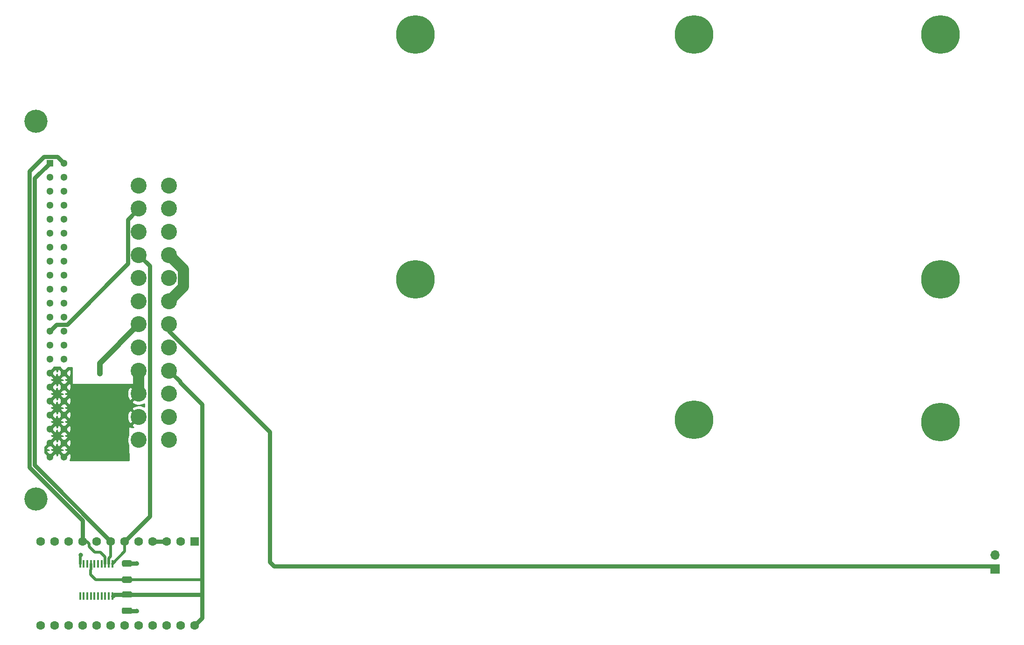
<source format=gbr>
%TF.GenerationSoftware,KiCad,Pcbnew,(5.1.10)-1*%
%TF.CreationDate,2023-06-15T12:59:47-05:00*%
%TF.ProjectId,FM Towns Pico Adapter,464d2054-6f77-46e7-9320-5069636f2041,rev?*%
%TF.SameCoordinates,Original*%
%TF.FileFunction,Copper,L1,Top*%
%TF.FilePolarity,Positive*%
%FSLAX46Y46*%
G04 Gerber Fmt 4.6, Leading zero omitted, Abs format (unit mm)*
G04 Created by KiCad (PCBNEW (5.1.10)-1) date 2023-06-15 12:59:47*
%MOMM*%
%LPD*%
G01*
G04 APERTURE LIST*
%TA.AperFunction,SMDPad,CuDef*%
%ADD10R,0.450000X1.450000*%
%TD*%
%TA.AperFunction,ComponentPad*%
%ADD11C,7.000000*%
%TD*%
%TA.AperFunction,ComponentPad*%
%ADD12C,0.800000*%
%TD*%
%TA.AperFunction,ComponentPad*%
%ADD13C,1.600000*%
%TD*%
%TA.AperFunction,ComponentPad*%
%ADD14R,1.600000X1.600000*%
%TD*%
%TA.AperFunction,ComponentPad*%
%ADD15O,1.700000X1.700000*%
%TD*%
%TA.AperFunction,ComponentPad*%
%ADD16R,1.700000X1.700000*%
%TD*%
%TA.AperFunction,ComponentPad*%
%ADD17C,2.900000*%
%TD*%
%TA.AperFunction,ComponentPad*%
%ADD18C,4.200000*%
%TD*%
%TA.AperFunction,ComponentPad*%
%ADD19C,1.300000*%
%TD*%
%TA.AperFunction,ComponentPad*%
%ADD20R,1.300000X1.300000*%
%TD*%
%TA.AperFunction,ViaPad*%
%ADD21C,0.800000*%
%TD*%
%TA.AperFunction,Conductor*%
%ADD22C,0.750000*%
%TD*%
%TA.AperFunction,Conductor*%
%ADD23C,1.000000*%
%TD*%
%TA.AperFunction,Conductor*%
%ADD24C,0.500000*%
%TD*%
%TA.AperFunction,Conductor*%
%ADD25C,2.000000*%
%TD*%
%TA.AperFunction,Conductor*%
%ADD26C,0.254000*%
%TD*%
%TA.AperFunction,Conductor*%
%ADD27C,0.100000*%
%TD*%
G04 APERTURE END LIST*
%TO.P,C2,2*%
%TO.N,/5V_STBY*%
%TA.AperFunction,SMDPad,CuDef*%
G36*
G01*
X60055999Y-146950000D02*
X61356001Y-146950000D01*
G75*
G02*
X61606000Y-147199999I0J-249999D01*
G01*
X61606000Y-147850001D01*
G75*
G02*
X61356001Y-148100000I-249999J0D01*
G01*
X60055999Y-148100000D01*
G75*
G02*
X59806000Y-147850001I0J249999D01*
G01*
X59806000Y-147199999D01*
G75*
G02*
X60055999Y-146950000I249999J0D01*
G01*
G37*
%TD.AperFunction*%
%TO.P,C2,1*%
%TO.N,GND*%
%TA.AperFunction,SMDPad,CuDef*%
G36*
G01*
X60055999Y-144000000D02*
X61356001Y-144000000D01*
G75*
G02*
X61606000Y-144249999I0J-249999D01*
G01*
X61606000Y-144900001D01*
G75*
G02*
X61356001Y-145150000I-249999J0D01*
G01*
X60055999Y-145150000D01*
G75*
G02*
X59806000Y-144900001I0J249999D01*
G01*
X59806000Y-144249999D01*
G75*
G02*
X60055999Y-144000000I249999J0D01*
G01*
G37*
%TD.AperFunction*%
%TD*%
%TO.P,C1,2*%
%TO.N,/5V_STBY*%
%TA.AperFunction,SMDPad,CuDef*%
G36*
G01*
X61356001Y-150787000D02*
X60055999Y-150787000D01*
G75*
G02*
X59806000Y-150537001I0J249999D01*
G01*
X59806000Y-149886999D01*
G75*
G02*
X60055999Y-149637000I249999J0D01*
G01*
X61356001Y-149637000D01*
G75*
G02*
X61606000Y-149886999I0J-249999D01*
G01*
X61606000Y-150537001D01*
G75*
G02*
X61356001Y-150787000I-249999J0D01*
G01*
G37*
%TD.AperFunction*%
%TO.P,C1,1*%
%TO.N,GND*%
%TA.AperFunction,SMDPad,CuDef*%
G36*
G01*
X61356001Y-153737000D02*
X60055999Y-153737000D01*
G75*
G02*
X59806000Y-153487001I0J249999D01*
G01*
X59806000Y-152836999D01*
G75*
G02*
X60055999Y-152587000I249999J0D01*
G01*
X61356001Y-152587000D01*
G75*
G02*
X61606000Y-152836999I0J-249999D01*
G01*
X61606000Y-153487001D01*
G75*
G02*
X61356001Y-153737000I-249999J0D01*
G01*
G37*
%TD.AperFunction*%
%TD*%
D10*
%TO.P,GP1,20*%
%TO.N,/5V_STBY*%
X58043000Y-150499000D03*
%TO.P,GP1,19*%
%TO.N,Net-(GP1-Pad19)*%
X57393000Y-150499000D03*
%TO.P,GP1,18*%
%TO.N,Net-(GP1-Pad18)*%
X56743000Y-150499000D03*
%TO.P,GP1,17*%
%TO.N,Net-(GP1-Pad17)*%
X56093000Y-150499000D03*
%TO.P,GP1,16*%
%TO.N,Net-(GP1-Pad16)*%
X55443000Y-150499000D03*
%TO.P,GP1,15*%
%TO.N,Net-(GP1-Pad15)*%
X54793000Y-150499000D03*
%TO.P,GP1,14*%
%TO.N,Net-(GP1-Pad14)*%
X54143000Y-150499000D03*
%TO.P,GP1,13*%
%TO.N,Net-(GP1-Pad13)*%
X53493000Y-150499000D03*
%TO.P,GP1,12*%
%TO.N,Net-(GP1-Pad12)*%
X52843000Y-150499000D03*
%TO.P,GP1,11*%
%TO.N,Net-(GP1-Pad11)*%
X52193000Y-150499000D03*
%TO.P,GP1,10*%
%TO.N,GND*%
X52193000Y-144649000D03*
%TO.P,GP1,9*%
%TO.N,Net-(GP1-Pad9)*%
X52843000Y-144649000D03*
%TO.P,GP1,8*%
%TO.N,Net-(GP1-Pad8)*%
X53493000Y-144649000D03*
%TO.P,GP1,7*%
%TO.N,/5V_STBY*%
X54143000Y-144649000D03*
%TO.P,GP1,6*%
%TO.N,Net-(GP1-Pad6)*%
X54793000Y-144649000D03*
%TO.P,GP1,5*%
%TO.N,Net-(GP1-Pad5)*%
X55443000Y-144649000D03*
%TO.P,GP1,4*%
%TO.N,Net-(GP1-Pad4)*%
X56093000Y-144649000D03*
%TO.P,GP1,3*%
%TO.N,/FM_PS_ON_N*%
X56743000Y-144649000D03*
%TO.P,GP1,2*%
%TO.N,/FM_PS_OFF_N*%
X57393000Y-144649000D03*
%TO.P,GP1,1*%
%TO.N,/PS_ON*%
X58043000Y-144649000D03*
%TD*%
D11*
%TO.P,PAD1,1*%
%TO.N,N/C*%
X112985600Y-48575100D03*
D12*
X112985600Y-45950100D03*
X114841755Y-46718945D03*
X115610600Y-48575100D03*
X114841755Y-50431255D03*
X112985600Y-51200100D03*
X111129445Y-50431255D03*
X110360600Y-48575100D03*
X111129445Y-46718945D03*
%TD*%
D11*
%TO.P,PAD1,1*%
%TO.N,N/C*%
X208235600Y-93025100D03*
D12*
X208235600Y-90400100D03*
X210091755Y-91168945D03*
X210860600Y-93025100D03*
X210091755Y-94881255D03*
X208235600Y-95650100D03*
X206379445Y-94881255D03*
X205610600Y-93025100D03*
X206379445Y-91168945D03*
%TD*%
%TO.P,PAD1,1*%
%TO.N,N/C*%
X111129445Y-91168945D03*
X110360600Y-93025100D03*
X111129445Y-94881255D03*
X112985600Y-95650100D03*
X114841755Y-94881255D03*
X115610600Y-93025100D03*
X114841755Y-91168945D03*
X112985600Y-90400100D03*
D11*
X112985600Y-93025100D03*
%TD*%
%TO.P,PAD2,1*%
%TO.N,N/C*%
X163595100Y-118488600D03*
D12*
X163595100Y-115863600D03*
X165451255Y-116632445D03*
X166220100Y-118488600D03*
X165451255Y-120344755D03*
X163595100Y-121113600D03*
X161738945Y-120344755D03*
X160970100Y-118488600D03*
X161738945Y-116632445D03*
%TD*%
D11*
%TO.P,PAD1,1*%
%TO.N,N/C*%
X208235600Y-118933100D03*
D12*
X208235600Y-116308100D03*
X210091755Y-117076945D03*
X210860600Y-118933100D03*
X210091755Y-120789255D03*
X208235600Y-121558100D03*
X206379445Y-120789255D03*
X205610600Y-118933100D03*
X206379445Y-117076945D03*
%TD*%
D11*
%TO.P,PAD3,1*%
%TO.N,N/C*%
X163595100Y-48575100D03*
D12*
X163595100Y-45950100D03*
X165451255Y-46718945D03*
X166220100Y-48575100D03*
X165451255Y-50431255D03*
X163595100Y-51200100D03*
X161738945Y-50431255D03*
X160970100Y-48575100D03*
X161738945Y-46718945D03*
%TD*%
D11*
%TO.P,PAD4,1*%
%TO.N,N/C*%
X208235600Y-48575100D03*
D12*
X208235600Y-45950100D03*
X210091755Y-46718945D03*
X210860600Y-48575100D03*
X210091755Y-50431255D03*
X208235600Y-51200100D03*
X206379445Y-50431255D03*
X205610600Y-48575100D03*
X206379445Y-46718945D03*
%TD*%
D13*
%TO.P,U1,24*%
%TO.N,/5V_STBY*%
X72993160Y-155795960D03*
%TO.P,U1,23*%
%TO.N,GND*%
X70453160Y-155795960D03*
%TO.P,U1,22*%
%TO.N,Net-(U1-Pad22)*%
X67913160Y-155795960D03*
%TO.P,U1,21*%
%TO.N,Net-(U1-Pad21)*%
X65373160Y-155795960D03*
%TO.P,U1,20*%
%TO.N,Net-(U1-Pad20)*%
X62833160Y-155795960D03*
%TO.P,U1,19*%
%TO.N,Net-(U1-Pad19)*%
X60293160Y-155795960D03*
%TO.P,U1,18*%
%TO.N,Net-(U1-Pad18)*%
X57753160Y-155795960D03*
%TO.P,U1,17*%
%TO.N,Net-(U1-Pad17)*%
X55213160Y-155795960D03*
%TO.P,U1,16*%
%TO.N,Net-(U1-Pad16)*%
X52673160Y-155795960D03*
%TO.P,U1,15*%
%TO.N,Net-(U1-Pad15)*%
X50133160Y-155795960D03*
%TO.P,U1,14*%
%TO.N,Net-(U1-Pad14)*%
X47593160Y-155795960D03*
%TO.P,U1,13*%
%TO.N,Net-(U1-Pad13)*%
X45053160Y-155795960D03*
%TO.P,U1,12*%
%TO.N,Net-(U1-Pad12)*%
X45053160Y-140555960D03*
%TO.P,U1,11*%
%TO.N,Net-(U1-Pad11)*%
X47593160Y-140555960D03*
%TO.P,U1,10*%
%TO.N,Net-(U1-Pad10)*%
X50133160Y-140555960D03*
%TO.P,U1,9*%
%TO.N,/FM_PS_ON_N*%
X52673160Y-140555960D03*
%TO.P,U1,8*%
%TO.N,Net-(U1-Pad8)*%
X55213160Y-140555960D03*
%TO.P,U1,7*%
%TO.N,/FM_PS_OFF_N*%
X57753160Y-140555960D03*
%TO.P,U1,6*%
%TO.N,/PS_ON*%
X60293160Y-140555960D03*
%TO.P,U1,5*%
%TO.N,Net-(U1-Pad5)*%
X62833160Y-140555960D03*
%TO.P,U1,4*%
%TO.N,GND*%
X65373160Y-140555960D03*
%TO.P,U1,3*%
X67913160Y-140555960D03*
%TO.P,U1,2*%
%TO.N,Net-(U1-Pad2)*%
X70453160Y-140555960D03*
D14*
%TO.P,U1,1*%
%TO.N,Net-(U1-Pad1)*%
X72993160Y-140555960D03*
%TD*%
D15*
%TO.P,FAN1,2*%
%TO.N,+12V*%
X218186000Y-143002000D03*
D16*
%TO.P,FAN1,1*%
%TO.N,GND*%
X218186000Y-145542000D03*
%TD*%
D17*
%TO.P,J1,24*%
%TO.N,GND*%
X62857140Y-122170600D03*
%TO.P,J1,23*%
%TO.N,+5V*%
X62857140Y-117970600D03*
%TO.P,J1,22*%
X62857140Y-113770600D03*
%TO.P,J1,21*%
X62857140Y-109570600D03*
%TO.P,J1,20*%
%TO.N,Net-(J1-Pad20)*%
X62857140Y-105370600D03*
%TO.P,J1,19*%
%TO.N,GND*%
X62857140Y-101170600D03*
%TO.P,J1,18*%
X62857140Y-96970600D03*
%TO.P,J1,17*%
X62857140Y-92770600D03*
%TO.P,J1,16*%
%TO.N,/PS_ON*%
X62857140Y-88570600D03*
%TO.P,J1,15*%
%TO.N,GND*%
X62857140Y-84370600D03*
%TO.P,J1,14*%
%TO.N,-12V*%
X62857140Y-80170600D03*
%TO.P,J1,13*%
%TO.N,Net-(J1-Pad13)*%
X62857140Y-75970600D03*
%TO.P,J1,12*%
%TO.N,Net-(J1-Pad12)*%
X68357140Y-122170600D03*
%TO.P,J1,11*%
%TO.N,+12V*%
X68357140Y-117970600D03*
%TO.P,J1,10*%
X68357140Y-113770600D03*
%TO.P,J1,9*%
%TO.N,/5V_STBY*%
X68357140Y-109570600D03*
%TO.P,J1,8*%
%TO.N,Net-(J1-Pad8)*%
X68357140Y-105370600D03*
%TO.P,J1,7*%
%TO.N,GND*%
X68357140Y-101170600D03*
%TO.P,J1,6*%
%TO.N,+5V*%
X68357140Y-96970600D03*
%TO.P,J1,5*%
%TO.N,GND*%
X68357140Y-92770600D03*
%TO.P,J1,4*%
%TO.N,+5V*%
X68357140Y-88570600D03*
%TO.P,J1,3*%
%TO.N,GND*%
X68357140Y-84370600D03*
%TO.P,J1,2*%
%TO.N,Net-(J1-Pad2)*%
X68357140Y-80170600D03*
%TO.P,J1,1*%
%TO.N,Net-(J1-Pad1)*%
X68357140Y-75970600D03*
%TD*%
D18*
%TO.P,J2,MH2*%
%TO.N,Net-(J2-PadMH2)*%
X44196000Y-132842000D03*
%TO.P,J2,MH1*%
%TO.N,Net-(J2-PadMH1)*%
X44196000Y-64262000D03*
D19*
%TO.P,J2,B22*%
%TO.N,+5V*%
X49276000Y-125222000D03*
%TO.P,J2,B21*%
X49276000Y-122682000D03*
%TO.P,J2,B20*%
X49276000Y-120142000D03*
%TO.P,J2,B19*%
X49276000Y-117602000D03*
%TO.P,J2,B18*%
X49276000Y-115062000D03*
%TO.P,J2,B17*%
X49276000Y-112522000D03*
%TO.P,J2,B16*%
X49276000Y-109982000D03*
%TO.P,J2,B15*%
%TO.N,+12V*%
X49276000Y-107442000D03*
%TO.P,J2,B14*%
X49276000Y-104902000D03*
%TO.P,J2,B13*%
X49276000Y-102362000D03*
%TO.P,J2,B12*%
%TO.N,GND*%
X49276000Y-99822000D03*
%TO.P,J2,B11*%
X49276000Y-97282000D03*
%TO.P,J2,B10*%
X49276000Y-94742000D03*
%TO.P,J2,B9*%
X49276000Y-92202000D03*
%TO.P,J2,B8*%
X49276000Y-89662000D03*
%TO.P,J2,B7*%
X49276000Y-87122000D03*
%TO.P,J2,B6*%
X49276000Y-84582000D03*
%TO.P,J2,B5*%
X49276000Y-82042000D03*
%TO.P,J2,B4*%
X49276000Y-79502000D03*
%TO.P,J2,B3*%
X49276000Y-76962000D03*
%TO.P,J2,B2*%
X49276000Y-74422000D03*
%TO.P,J2,B1*%
%TO.N,/FM_PS_ON_N*%
X49276000Y-71882000D03*
%TO.P,J2,A22*%
%TO.N,+5V*%
X46736000Y-125222000D03*
%TO.P,J2,A21*%
X46736000Y-122682000D03*
%TO.P,J2,A20*%
X46736000Y-120142000D03*
%TO.P,J2,A19*%
X46736000Y-117602000D03*
%TO.P,J2,A18*%
X46736000Y-115062000D03*
%TO.P,J2,A17*%
X46736000Y-112522000D03*
%TO.P,J2,A16*%
X46736000Y-109982000D03*
%TO.P,J2,A15*%
%TO.N,+12V*%
X46736000Y-107442000D03*
%TO.P,J2,A14*%
X46736000Y-104902000D03*
%TO.P,J2,A13*%
%TO.N,-12V*%
X46736000Y-102362000D03*
%TO.P,J2,A12*%
%TO.N,GND*%
X46736000Y-99822000D03*
%TO.P,J2,A11*%
X46736000Y-97282000D03*
%TO.P,J2,A10*%
X46736000Y-94742000D03*
%TO.P,J2,A9*%
X46736000Y-92202000D03*
%TO.P,J2,A8*%
X46736000Y-89662000D03*
%TO.P,J2,A7*%
X46736000Y-87122000D03*
%TO.P,J2,A6*%
X46736000Y-84582000D03*
%TO.P,J2,A5*%
X46736000Y-82042000D03*
%TO.P,J2,A4*%
X46736000Y-79502000D03*
%TO.P,J2,A3*%
X46736000Y-76962000D03*
%TO.P,J2,A2*%
X46736000Y-74422000D03*
D20*
%TO.P,J2,A1*%
%TO.N,/FM_PS_OFF_N*%
X46736000Y-71882000D03*
%TD*%
D21*
%TO.N,GND*%
X55758080Y-110088680D03*
X62484000Y-144526000D03*
X62484000Y-153162000D03*
X52324000Y-143002000D03*
%TD*%
D22*
%TO.N,GND*%
X67913160Y-140555960D02*
X65373160Y-140555960D01*
D23*
X55758080Y-108269660D02*
X62857140Y-101170600D01*
X55758080Y-110088680D02*
X55758080Y-108269660D01*
D22*
X68357140Y-102444046D02*
X86614000Y-120700906D01*
X68357140Y-101170600D02*
X68357140Y-102444046D01*
X86614000Y-120700906D02*
X86614000Y-144272000D01*
X86614000Y-144272000D02*
X87406000Y-145064000D01*
X60706000Y-153162000D02*
X62484000Y-153162000D01*
X62435000Y-144575000D02*
X62484000Y-144526000D01*
X60706000Y-144575000D02*
X62435000Y-144575000D01*
D24*
X52193000Y-143133000D02*
X52324000Y-143002000D01*
X52193000Y-144649000D02*
X52193000Y-143133000D01*
D22*
X217708000Y-145064000D02*
X218186000Y-145542000D01*
X87406000Y-145064000D02*
X217708000Y-145064000D01*
D25*
%TO.N,+5V*%
X70959541Y-94368199D02*
X68357140Y-96970600D01*
X70959541Y-91173001D02*
X70959541Y-94368199D01*
X68357140Y-88570600D02*
X70959541Y-91173001D01*
X62857140Y-109570600D02*
X62857140Y-113770600D01*
D22*
%TO.N,-12V*%
X47913401Y-101184599D02*
X46736000Y-102362000D01*
X49841153Y-101184599D02*
X47913401Y-101184599D01*
X60879739Y-90146013D02*
X49841153Y-101184599D01*
X60879739Y-82148001D02*
X60879739Y-90146013D01*
X62857140Y-80170600D02*
X60879739Y-82148001D01*
%TO.N,/5V_STBY*%
X70334541Y-111548001D02*
X70334541Y-111675581D01*
X68357140Y-109570600D02*
X70334541Y-111548001D01*
X74320561Y-154468559D02*
X72993160Y-155795960D01*
X70334541Y-111675581D02*
X74320561Y-115661601D01*
X74320561Y-115661601D02*
X74320561Y-146964561D01*
D24*
X60731000Y-150237000D02*
X60706000Y-150212000D01*
X73292120Y-155497000D02*
X72993160Y-155795960D01*
D22*
X74070000Y-150212000D02*
X74320561Y-149961439D01*
X60706000Y-150212000D02*
X74070000Y-150212000D01*
X74320561Y-149961439D02*
X74320561Y-154468559D01*
X58432401Y-150212000D02*
X58145401Y-150499000D01*
X60706000Y-150212000D02*
X58432401Y-150212000D01*
D24*
X60706000Y-147525000D02*
X55069000Y-147525000D01*
X54143000Y-145673322D02*
X54143000Y-144649000D01*
X54102000Y-145714322D02*
X54143000Y-145673322D01*
X54102000Y-146558000D02*
X54102000Y-145714322D01*
X55069000Y-147525000D02*
X54102000Y-146558000D01*
X74119000Y-147525000D02*
X74320561Y-147726561D01*
D22*
X74320561Y-147726561D02*
X74320561Y-149961439D01*
D24*
X60706000Y-147525000D02*
X74119000Y-147525000D01*
D22*
X74320561Y-146964561D02*
X74320561Y-147726561D01*
%TO.N,/FM_PS_ON_N*%
X48098599Y-70704599D02*
X49276000Y-71882000D01*
X45664079Y-70704599D02*
X48098599Y-70704599D01*
X43025550Y-73343128D02*
X45664079Y-70704599D01*
X43025550Y-127104550D02*
X43025550Y-73343128D01*
X52673160Y-136752160D02*
X43025550Y-127104550D01*
X52673160Y-140555960D02*
X52673160Y-136752160D01*
D24*
X53433606Y-140555960D02*
X53848000Y-140970354D01*
X52673160Y-140555960D02*
X53433606Y-140555960D01*
X53848000Y-140970354D02*
X53848000Y-141478000D01*
X53848000Y-141478000D02*
X54864000Y-142494000D01*
X56738181Y-143356850D02*
X56738181Y-144649000D01*
X56740515Y-143354516D02*
X56738181Y-143356850D01*
X55880000Y-142494000D02*
X56740515Y-143354516D01*
X54864000Y-142494000D02*
X55880000Y-142494000D01*
D22*
%TO.N,/FM_PS_OFF_N*%
X57753160Y-140555960D02*
X43927960Y-126730760D01*
X43927960Y-124440880D02*
X43967400Y-124401440D01*
X43927960Y-126730760D02*
X43927960Y-124440880D01*
X43967400Y-74650600D02*
X46736000Y-71882000D01*
X43967400Y-124401440D02*
X43967400Y-74650600D01*
D24*
X57390591Y-143627087D02*
X57390591Y-144649000D01*
X57753160Y-143264518D02*
X57390591Y-143627087D01*
X57753160Y-140555960D02*
X57753160Y-143264518D01*
D22*
%TO.N,/PS_ON*%
X64834541Y-90548001D02*
X62857140Y-88570600D01*
X64834541Y-136014579D02*
X64834541Y-90548001D01*
X60293160Y-140555960D02*
X64834541Y-136014579D01*
D24*
X60293160Y-142398840D02*
X58043000Y-144649000D01*
X60293160Y-140555960D02*
X60293160Y-142398840D01*
%TD*%
D26*
%TO.N,+5V*%
X48601274Y-108962851D02*
X48570078Y-109096473D01*
X49276000Y-109802395D01*
X49981922Y-109096473D01*
X49953318Y-108973956D01*
X50714460Y-108980208D01*
X50733963Y-111969109D01*
X50736565Y-111993869D01*
X50743947Y-112017645D01*
X50755826Y-112039525D01*
X50771745Y-112058667D01*
X50791093Y-112074335D01*
X50813126Y-112085927D01*
X50836997Y-112092999D01*
X50861201Y-112095280D01*
X61696563Y-112074735D01*
X61580693Y-112314548D01*
X62857140Y-113590995D01*
X62871283Y-113576853D01*
X63050888Y-113756458D01*
X63036745Y-113770600D01*
X63050888Y-113784743D01*
X62871283Y-113964348D01*
X62857140Y-113950205D01*
X61580693Y-115226652D01*
X61730688Y-115537093D01*
X62096959Y-115722911D01*
X62492443Y-115833701D01*
X62901941Y-115865209D01*
X63309717Y-115816221D01*
X63700102Y-115688621D01*
X63824541Y-115622107D01*
X63824541Y-116123417D01*
X63617321Y-116018289D01*
X63221837Y-115907499D01*
X62812339Y-115875991D01*
X62404563Y-115924979D01*
X62014178Y-116052579D01*
X61730688Y-116204107D01*
X61580693Y-116514548D01*
X62857140Y-117790995D01*
X62871283Y-117776853D01*
X63050888Y-117956458D01*
X63036745Y-117970600D01*
X63050888Y-117984743D01*
X62871283Y-118164348D01*
X62857140Y-118150205D01*
X61580693Y-119426652D01*
X61730688Y-119737093D01*
X61872141Y-119808856D01*
X61078806Y-119796575D01*
X61053994Y-119798632D01*
X61030061Y-119805489D01*
X61007925Y-119816884D01*
X60988438Y-119832378D01*
X60972348Y-119851377D01*
X60960274Y-119873149D01*
X60952679Y-119896859D01*
X60949853Y-119925377D01*
X60969238Y-121280032D01*
X60852266Y-121562428D01*
X60772140Y-121965245D01*
X60772140Y-122375955D01*
X60852266Y-122778772D01*
X60995638Y-123124903D01*
X61034370Y-125831600D01*
X50409976Y-125831600D01*
X50496095Y-125644626D01*
X50555102Y-125398476D01*
X50564952Y-125145545D01*
X50525270Y-124895551D01*
X50437578Y-124658104D01*
X50390201Y-124569466D01*
X50161527Y-124516078D01*
X49455605Y-125222000D01*
X49469748Y-125236143D01*
X49290143Y-125415748D01*
X49276000Y-125401605D01*
X49261858Y-125415748D01*
X49082253Y-125236143D01*
X49096395Y-125222000D01*
X48390473Y-124516078D01*
X48161799Y-124569466D01*
X48055905Y-124799374D01*
X48004224Y-125014962D01*
X47985270Y-124895551D01*
X47897578Y-124658104D01*
X47850201Y-124569466D01*
X47621527Y-124516078D01*
X46915605Y-125222000D01*
X46929748Y-125236143D01*
X46750143Y-125415748D01*
X46736000Y-125401605D01*
X46721858Y-125415748D01*
X46542253Y-125236143D01*
X46556395Y-125222000D01*
X45850473Y-124516078D01*
X45805588Y-124526557D01*
X45822069Y-123567527D01*
X46030078Y-123567527D01*
X46083466Y-123796201D01*
X46313374Y-123902095D01*
X46528962Y-123953776D01*
X46409551Y-123972730D01*
X46172104Y-124060422D01*
X46083466Y-124107799D01*
X46030078Y-124336473D01*
X46736000Y-125042395D01*
X47441922Y-124336473D01*
X47388534Y-124107799D01*
X47158626Y-124001905D01*
X46943038Y-123950224D01*
X47062449Y-123931270D01*
X47299896Y-123843578D01*
X47388534Y-123796201D01*
X47441922Y-123567527D01*
X48570078Y-123567527D01*
X48623466Y-123796201D01*
X48853374Y-123902095D01*
X49068962Y-123953776D01*
X48949551Y-123972730D01*
X48712104Y-124060422D01*
X48623466Y-124107799D01*
X48570078Y-124336473D01*
X49276000Y-125042395D01*
X49981922Y-124336473D01*
X49928534Y-124107799D01*
X49698626Y-124001905D01*
X49483038Y-123950224D01*
X49602449Y-123931270D01*
X49839896Y-123843578D01*
X49928534Y-123796201D01*
X49981922Y-123567527D01*
X49276000Y-122861605D01*
X48570078Y-123567527D01*
X47441922Y-123567527D01*
X46736000Y-122861605D01*
X46030078Y-123567527D01*
X45822069Y-123567527D01*
X45825257Y-123382035D01*
X45850473Y-123387922D01*
X46556395Y-122682000D01*
X46915605Y-122682000D01*
X47621527Y-123387922D01*
X47850201Y-123334534D01*
X47956095Y-123104626D01*
X48007776Y-122889038D01*
X48026730Y-123008449D01*
X48114422Y-123245896D01*
X48161799Y-123334534D01*
X48390473Y-123387922D01*
X49096395Y-122682000D01*
X49455605Y-122682000D01*
X50161527Y-123387922D01*
X50390201Y-123334534D01*
X50496095Y-123104626D01*
X50555102Y-122858476D01*
X50564952Y-122605545D01*
X50525270Y-122355551D01*
X50437578Y-122118104D01*
X50390201Y-122029466D01*
X50161527Y-121976078D01*
X49455605Y-122682000D01*
X49096395Y-122682000D01*
X48390473Y-121976078D01*
X48161799Y-122029466D01*
X48055905Y-122259374D01*
X48004224Y-122474962D01*
X47985270Y-122355551D01*
X47897578Y-122118104D01*
X47850201Y-122029466D01*
X47621527Y-121976078D01*
X46915605Y-122682000D01*
X46556395Y-122682000D01*
X46542253Y-122667858D01*
X46721858Y-122488253D01*
X46736000Y-122502395D01*
X47441922Y-121796473D01*
X47388534Y-121567799D01*
X47158626Y-121461905D01*
X46943038Y-121410224D01*
X47062449Y-121391270D01*
X47299896Y-121303578D01*
X47388534Y-121256201D01*
X47441922Y-121027527D01*
X48570078Y-121027527D01*
X48623466Y-121256201D01*
X48853374Y-121362095D01*
X49068962Y-121413776D01*
X48949551Y-121432730D01*
X48712104Y-121520422D01*
X48623466Y-121567799D01*
X48570078Y-121796473D01*
X49276000Y-122502395D01*
X49981922Y-121796473D01*
X49928534Y-121567799D01*
X49698626Y-121461905D01*
X49483038Y-121410224D01*
X49602449Y-121391270D01*
X49839896Y-121303578D01*
X49928534Y-121256201D01*
X49981922Y-121027527D01*
X49276000Y-120321605D01*
X48570078Y-121027527D01*
X47441922Y-121027527D01*
X46736000Y-120321605D01*
X46721858Y-120335748D01*
X46542253Y-120156143D01*
X46556395Y-120142000D01*
X46915605Y-120142000D01*
X47621527Y-120847922D01*
X47850201Y-120794534D01*
X47956095Y-120564626D01*
X48007776Y-120349038D01*
X48026730Y-120468449D01*
X48114422Y-120705896D01*
X48161799Y-120794534D01*
X48390473Y-120847922D01*
X49096395Y-120142000D01*
X49455605Y-120142000D01*
X50161527Y-120847922D01*
X50390201Y-120794534D01*
X50496095Y-120564626D01*
X50555102Y-120318476D01*
X50564952Y-120065545D01*
X50525270Y-119815551D01*
X50437578Y-119578104D01*
X50390201Y-119489466D01*
X50161527Y-119436078D01*
X49455605Y-120142000D01*
X49096395Y-120142000D01*
X48390473Y-119436078D01*
X48161799Y-119489466D01*
X48055905Y-119719374D01*
X48004224Y-119934962D01*
X47985270Y-119815551D01*
X47897578Y-119578104D01*
X47850201Y-119489466D01*
X47621527Y-119436078D01*
X46915605Y-120142000D01*
X46556395Y-120142000D01*
X46542253Y-120127858D01*
X46721858Y-119948253D01*
X46736000Y-119962395D01*
X47441922Y-119256473D01*
X47388534Y-119027799D01*
X47158626Y-118921905D01*
X46943038Y-118870224D01*
X47062449Y-118851270D01*
X47299896Y-118763578D01*
X47388534Y-118716201D01*
X47441922Y-118487527D01*
X48570078Y-118487527D01*
X48623466Y-118716201D01*
X48853374Y-118822095D01*
X49068962Y-118873776D01*
X48949551Y-118892730D01*
X48712104Y-118980422D01*
X48623466Y-119027799D01*
X48570078Y-119256473D01*
X49276000Y-119962395D01*
X49981922Y-119256473D01*
X49928534Y-119027799D01*
X49698626Y-118921905D01*
X49483038Y-118870224D01*
X49602449Y-118851270D01*
X49839896Y-118763578D01*
X49928534Y-118716201D01*
X49981922Y-118487527D01*
X49276000Y-117781605D01*
X48570078Y-118487527D01*
X47441922Y-118487527D01*
X46736000Y-117781605D01*
X46721858Y-117795748D01*
X46542253Y-117616143D01*
X46556395Y-117602000D01*
X46915605Y-117602000D01*
X47621527Y-118307922D01*
X47850201Y-118254534D01*
X47956095Y-118024626D01*
X48007776Y-117809038D01*
X48026730Y-117928449D01*
X48114422Y-118165896D01*
X48161799Y-118254534D01*
X48390473Y-118307922D01*
X49096395Y-117602000D01*
X49455605Y-117602000D01*
X50161527Y-118307922D01*
X50390201Y-118254534D01*
X50496095Y-118024626D01*
X50498306Y-118015401D01*
X60762531Y-118015401D01*
X60811519Y-118423177D01*
X60939119Y-118813562D01*
X61090647Y-119097052D01*
X61401088Y-119247047D01*
X62677535Y-117970600D01*
X61401088Y-116694153D01*
X61090647Y-116844148D01*
X60904829Y-117210419D01*
X60794039Y-117605903D01*
X60762531Y-118015401D01*
X50498306Y-118015401D01*
X50555102Y-117778476D01*
X50564952Y-117525545D01*
X50525270Y-117275551D01*
X50437578Y-117038104D01*
X50390201Y-116949466D01*
X50161527Y-116896078D01*
X49455605Y-117602000D01*
X49096395Y-117602000D01*
X48390473Y-116896078D01*
X48161799Y-116949466D01*
X48055905Y-117179374D01*
X48004224Y-117394962D01*
X47985270Y-117275551D01*
X47897578Y-117038104D01*
X47850201Y-116949466D01*
X47621527Y-116896078D01*
X46915605Y-117602000D01*
X46556395Y-117602000D01*
X46542253Y-117587858D01*
X46721858Y-117408253D01*
X46736000Y-117422395D01*
X47441922Y-116716473D01*
X47388534Y-116487799D01*
X47158626Y-116381905D01*
X46943038Y-116330224D01*
X47062449Y-116311270D01*
X47299896Y-116223578D01*
X47388534Y-116176201D01*
X47441922Y-115947527D01*
X48570078Y-115947527D01*
X48623466Y-116176201D01*
X48853374Y-116282095D01*
X49068962Y-116333776D01*
X48949551Y-116352730D01*
X48712104Y-116440422D01*
X48623466Y-116487799D01*
X48570078Y-116716473D01*
X49276000Y-117422395D01*
X49981922Y-116716473D01*
X49928534Y-116487799D01*
X49698626Y-116381905D01*
X49483038Y-116330224D01*
X49602449Y-116311270D01*
X49839896Y-116223578D01*
X49928534Y-116176201D01*
X49981922Y-115947527D01*
X49276000Y-115241605D01*
X48570078Y-115947527D01*
X47441922Y-115947527D01*
X46736000Y-115241605D01*
X46721858Y-115255748D01*
X46542253Y-115076143D01*
X46556395Y-115062000D01*
X46915605Y-115062000D01*
X47621527Y-115767922D01*
X47850201Y-115714534D01*
X47956095Y-115484626D01*
X48007776Y-115269038D01*
X48026730Y-115388449D01*
X48114422Y-115625896D01*
X48161799Y-115714534D01*
X48390473Y-115767922D01*
X49096395Y-115062000D01*
X49455605Y-115062000D01*
X50161527Y-115767922D01*
X50390201Y-115714534D01*
X50496095Y-115484626D01*
X50555102Y-115238476D01*
X50564952Y-114985545D01*
X50525270Y-114735551D01*
X50437578Y-114498104D01*
X50390201Y-114409466D01*
X50161527Y-114356078D01*
X49455605Y-115062000D01*
X49096395Y-115062000D01*
X48390473Y-114356078D01*
X48161799Y-114409466D01*
X48055905Y-114639374D01*
X48004224Y-114854962D01*
X47985270Y-114735551D01*
X47897578Y-114498104D01*
X47850201Y-114409466D01*
X47621527Y-114356078D01*
X46915605Y-115062000D01*
X46556395Y-115062000D01*
X46542253Y-115047858D01*
X46721858Y-114868253D01*
X46736000Y-114882395D01*
X47441922Y-114176473D01*
X47388534Y-113947799D01*
X47158626Y-113841905D01*
X46943038Y-113790224D01*
X47062449Y-113771270D01*
X47299896Y-113683578D01*
X47388534Y-113636201D01*
X47441922Y-113407527D01*
X48570078Y-113407527D01*
X48623466Y-113636201D01*
X48853374Y-113742095D01*
X49068962Y-113793776D01*
X48949551Y-113812730D01*
X48712104Y-113900422D01*
X48623466Y-113947799D01*
X48570078Y-114176473D01*
X49276000Y-114882395D01*
X49981922Y-114176473D01*
X49928534Y-113947799D01*
X49698626Y-113841905D01*
X49588065Y-113815401D01*
X60762531Y-113815401D01*
X60811519Y-114223177D01*
X60939119Y-114613562D01*
X61090647Y-114897052D01*
X61401088Y-115047047D01*
X62677535Y-113770600D01*
X61401088Y-112494153D01*
X61090647Y-112644148D01*
X60904829Y-113010419D01*
X60794039Y-113405903D01*
X60762531Y-113815401D01*
X49588065Y-113815401D01*
X49483038Y-113790224D01*
X49602449Y-113771270D01*
X49839896Y-113683578D01*
X49928534Y-113636201D01*
X49981922Y-113407527D01*
X49276000Y-112701605D01*
X48570078Y-113407527D01*
X47441922Y-113407527D01*
X46736000Y-112701605D01*
X46721858Y-112715748D01*
X46542253Y-112536143D01*
X46556395Y-112522000D01*
X46915605Y-112522000D01*
X47621527Y-113227922D01*
X47850201Y-113174534D01*
X47956095Y-112944626D01*
X48007776Y-112729038D01*
X48026730Y-112848449D01*
X48114422Y-113085896D01*
X48161799Y-113174534D01*
X48390473Y-113227922D01*
X49096395Y-112522000D01*
X49455605Y-112522000D01*
X50161527Y-113227922D01*
X50390201Y-113174534D01*
X50496095Y-112944626D01*
X50555102Y-112698476D01*
X50564952Y-112445545D01*
X50525270Y-112195551D01*
X50437578Y-111958104D01*
X50390201Y-111869466D01*
X50161527Y-111816078D01*
X49455605Y-112522000D01*
X49096395Y-112522000D01*
X48390473Y-111816078D01*
X48161799Y-111869466D01*
X48055905Y-112099374D01*
X48004224Y-112314962D01*
X47985270Y-112195551D01*
X47897578Y-111958104D01*
X47850201Y-111869466D01*
X47621527Y-111816078D01*
X46915605Y-112522000D01*
X46556395Y-112522000D01*
X46542253Y-112507858D01*
X46721858Y-112328253D01*
X46736000Y-112342395D01*
X47441922Y-111636473D01*
X47388534Y-111407799D01*
X47158626Y-111301905D01*
X46943038Y-111250224D01*
X47062449Y-111231270D01*
X47299896Y-111143578D01*
X47388534Y-111096201D01*
X47441922Y-110867527D01*
X48570078Y-110867527D01*
X48623466Y-111096201D01*
X48853374Y-111202095D01*
X49068962Y-111253776D01*
X48949551Y-111272730D01*
X48712104Y-111360422D01*
X48623466Y-111407799D01*
X48570078Y-111636473D01*
X49276000Y-112342395D01*
X49981922Y-111636473D01*
X49928534Y-111407799D01*
X49698626Y-111301905D01*
X49483038Y-111250224D01*
X49602449Y-111231270D01*
X49839896Y-111143578D01*
X49928534Y-111096201D01*
X49981922Y-110867527D01*
X49276000Y-110161605D01*
X48570078Y-110867527D01*
X47441922Y-110867527D01*
X46736000Y-110161605D01*
X46721858Y-110175748D01*
X46542253Y-109996143D01*
X46556395Y-109982000D01*
X46915605Y-109982000D01*
X47621527Y-110687922D01*
X47850201Y-110634534D01*
X47956095Y-110404626D01*
X48007776Y-110189038D01*
X48026730Y-110308449D01*
X48114422Y-110545896D01*
X48161799Y-110634534D01*
X48390473Y-110687922D01*
X49096395Y-109982000D01*
X49455605Y-109982000D01*
X50161527Y-110687922D01*
X50390201Y-110634534D01*
X50496095Y-110404626D01*
X50555102Y-110158476D01*
X50564952Y-109905545D01*
X50525270Y-109655551D01*
X50437578Y-109418104D01*
X50390201Y-109329466D01*
X50161527Y-109276078D01*
X49455605Y-109982000D01*
X49096395Y-109982000D01*
X48390473Y-109276078D01*
X48161799Y-109329466D01*
X48055905Y-109559374D01*
X48004224Y-109774962D01*
X47985270Y-109655551D01*
X47897578Y-109418104D01*
X47850201Y-109329466D01*
X47621527Y-109276078D01*
X46915605Y-109982000D01*
X46556395Y-109982000D01*
X46542253Y-109967858D01*
X46721858Y-109788253D01*
X46736000Y-109802395D01*
X47441922Y-109096473D01*
X47408438Y-108953054D01*
X48601274Y-108962851D01*
%TA.AperFunction,Conductor*%
D27*
G36*
X48601274Y-108962851D02*
G01*
X48570078Y-109096473D01*
X49276000Y-109802395D01*
X49981922Y-109096473D01*
X49953318Y-108973956D01*
X50714460Y-108980208D01*
X50733963Y-111969109D01*
X50736565Y-111993869D01*
X50743947Y-112017645D01*
X50755826Y-112039525D01*
X50771745Y-112058667D01*
X50791093Y-112074335D01*
X50813126Y-112085927D01*
X50836997Y-112092999D01*
X50861201Y-112095280D01*
X61696563Y-112074735D01*
X61580693Y-112314548D01*
X62857140Y-113590995D01*
X62871283Y-113576853D01*
X63050888Y-113756458D01*
X63036745Y-113770600D01*
X63050888Y-113784743D01*
X62871283Y-113964348D01*
X62857140Y-113950205D01*
X61580693Y-115226652D01*
X61730688Y-115537093D01*
X62096959Y-115722911D01*
X62492443Y-115833701D01*
X62901941Y-115865209D01*
X63309717Y-115816221D01*
X63700102Y-115688621D01*
X63824541Y-115622107D01*
X63824541Y-116123417D01*
X63617321Y-116018289D01*
X63221837Y-115907499D01*
X62812339Y-115875991D01*
X62404563Y-115924979D01*
X62014178Y-116052579D01*
X61730688Y-116204107D01*
X61580693Y-116514548D01*
X62857140Y-117790995D01*
X62871283Y-117776853D01*
X63050888Y-117956458D01*
X63036745Y-117970600D01*
X63050888Y-117984743D01*
X62871283Y-118164348D01*
X62857140Y-118150205D01*
X61580693Y-119426652D01*
X61730688Y-119737093D01*
X61872141Y-119808856D01*
X61078806Y-119796575D01*
X61053994Y-119798632D01*
X61030061Y-119805489D01*
X61007925Y-119816884D01*
X60988438Y-119832378D01*
X60972348Y-119851377D01*
X60960274Y-119873149D01*
X60952679Y-119896859D01*
X60949853Y-119925377D01*
X60969238Y-121280032D01*
X60852266Y-121562428D01*
X60772140Y-121965245D01*
X60772140Y-122375955D01*
X60852266Y-122778772D01*
X60995638Y-123124903D01*
X61034370Y-125831600D01*
X50409976Y-125831600D01*
X50496095Y-125644626D01*
X50555102Y-125398476D01*
X50564952Y-125145545D01*
X50525270Y-124895551D01*
X50437578Y-124658104D01*
X50390201Y-124569466D01*
X50161527Y-124516078D01*
X49455605Y-125222000D01*
X49469748Y-125236143D01*
X49290143Y-125415748D01*
X49276000Y-125401605D01*
X49261858Y-125415748D01*
X49082253Y-125236143D01*
X49096395Y-125222000D01*
X48390473Y-124516078D01*
X48161799Y-124569466D01*
X48055905Y-124799374D01*
X48004224Y-125014962D01*
X47985270Y-124895551D01*
X47897578Y-124658104D01*
X47850201Y-124569466D01*
X47621527Y-124516078D01*
X46915605Y-125222000D01*
X46929748Y-125236143D01*
X46750143Y-125415748D01*
X46736000Y-125401605D01*
X46721858Y-125415748D01*
X46542253Y-125236143D01*
X46556395Y-125222000D01*
X45850473Y-124516078D01*
X45805588Y-124526557D01*
X45822069Y-123567527D01*
X46030078Y-123567527D01*
X46083466Y-123796201D01*
X46313374Y-123902095D01*
X46528962Y-123953776D01*
X46409551Y-123972730D01*
X46172104Y-124060422D01*
X46083466Y-124107799D01*
X46030078Y-124336473D01*
X46736000Y-125042395D01*
X47441922Y-124336473D01*
X47388534Y-124107799D01*
X47158626Y-124001905D01*
X46943038Y-123950224D01*
X47062449Y-123931270D01*
X47299896Y-123843578D01*
X47388534Y-123796201D01*
X47441922Y-123567527D01*
X48570078Y-123567527D01*
X48623466Y-123796201D01*
X48853374Y-123902095D01*
X49068962Y-123953776D01*
X48949551Y-123972730D01*
X48712104Y-124060422D01*
X48623466Y-124107799D01*
X48570078Y-124336473D01*
X49276000Y-125042395D01*
X49981922Y-124336473D01*
X49928534Y-124107799D01*
X49698626Y-124001905D01*
X49483038Y-123950224D01*
X49602449Y-123931270D01*
X49839896Y-123843578D01*
X49928534Y-123796201D01*
X49981922Y-123567527D01*
X49276000Y-122861605D01*
X48570078Y-123567527D01*
X47441922Y-123567527D01*
X46736000Y-122861605D01*
X46030078Y-123567527D01*
X45822069Y-123567527D01*
X45825257Y-123382035D01*
X45850473Y-123387922D01*
X46556395Y-122682000D01*
X46915605Y-122682000D01*
X47621527Y-123387922D01*
X47850201Y-123334534D01*
X47956095Y-123104626D01*
X48007776Y-122889038D01*
X48026730Y-123008449D01*
X48114422Y-123245896D01*
X48161799Y-123334534D01*
X48390473Y-123387922D01*
X49096395Y-122682000D01*
X49455605Y-122682000D01*
X50161527Y-123387922D01*
X50390201Y-123334534D01*
X50496095Y-123104626D01*
X50555102Y-122858476D01*
X50564952Y-122605545D01*
X50525270Y-122355551D01*
X50437578Y-122118104D01*
X50390201Y-122029466D01*
X50161527Y-121976078D01*
X49455605Y-122682000D01*
X49096395Y-122682000D01*
X48390473Y-121976078D01*
X48161799Y-122029466D01*
X48055905Y-122259374D01*
X48004224Y-122474962D01*
X47985270Y-122355551D01*
X47897578Y-122118104D01*
X47850201Y-122029466D01*
X47621527Y-121976078D01*
X46915605Y-122682000D01*
X46556395Y-122682000D01*
X46542253Y-122667858D01*
X46721858Y-122488253D01*
X46736000Y-122502395D01*
X47441922Y-121796473D01*
X47388534Y-121567799D01*
X47158626Y-121461905D01*
X46943038Y-121410224D01*
X47062449Y-121391270D01*
X47299896Y-121303578D01*
X47388534Y-121256201D01*
X47441922Y-121027527D01*
X48570078Y-121027527D01*
X48623466Y-121256201D01*
X48853374Y-121362095D01*
X49068962Y-121413776D01*
X48949551Y-121432730D01*
X48712104Y-121520422D01*
X48623466Y-121567799D01*
X48570078Y-121796473D01*
X49276000Y-122502395D01*
X49981922Y-121796473D01*
X49928534Y-121567799D01*
X49698626Y-121461905D01*
X49483038Y-121410224D01*
X49602449Y-121391270D01*
X49839896Y-121303578D01*
X49928534Y-121256201D01*
X49981922Y-121027527D01*
X49276000Y-120321605D01*
X48570078Y-121027527D01*
X47441922Y-121027527D01*
X46736000Y-120321605D01*
X46721858Y-120335748D01*
X46542253Y-120156143D01*
X46556395Y-120142000D01*
X46915605Y-120142000D01*
X47621527Y-120847922D01*
X47850201Y-120794534D01*
X47956095Y-120564626D01*
X48007776Y-120349038D01*
X48026730Y-120468449D01*
X48114422Y-120705896D01*
X48161799Y-120794534D01*
X48390473Y-120847922D01*
X49096395Y-120142000D01*
X49455605Y-120142000D01*
X50161527Y-120847922D01*
X50390201Y-120794534D01*
X50496095Y-120564626D01*
X50555102Y-120318476D01*
X50564952Y-120065545D01*
X50525270Y-119815551D01*
X50437578Y-119578104D01*
X50390201Y-119489466D01*
X50161527Y-119436078D01*
X49455605Y-120142000D01*
X49096395Y-120142000D01*
X48390473Y-119436078D01*
X48161799Y-119489466D01*
X48055905Y-119719374D01*
X48004224Y-119934962D01*
X47985270Y-119815551D01*
X47897578Y-119578104D01*
X47850201Y-119489466D01*
X47621527Y-119436078D01*
X46915605Y-120142000D01*
X46556395Y-120142000D01*
X46542253Y-120127858D01*
X46721858Y-119948253D01*
X46736000Y-119962395D01*
X47441922Y-119256473D01*
X47388534Y-119027799D01*
X47158626Y-118921905D01*
X46943038Y-118870224D01*
X47062449Y-118851270D01*
X47299896Y-118763578D01*
X47388534Y-118716201D01*
X47441922Y-118487527D01*
X48570078Y-118487527D01*
X48623466Y-118716201D01*
X48853374Y-118822095D01*
X49068962Y-118873776D01*
X48949551Y-118892730D01*
X48712104Y-118980422D01*
X48623466Y-119027799D01*
X48570078Y-119256473D01*
X49276000Y-119962395D01*
X49981922Y-119256473D01*
X49928534Y-119027799D01*
X49698626Y-118921905D01*
X49483038Y-118870224D01*
X49602449Y-118851270D01*
X49839896Y-118763578D01*
X49928534Y-118716201D01*
X49981922Y-118487527D01*
X49276000Y-117781605D01*
X48570078Y-118487527D01*
X47441922Y-118487527D01*
X46736000Y-117781605D01*
X46721858Y-117795748D01*
X46542253Y-117616143D01*
X46556395Y-117602000D01*
X46915605Y-117602000D01*
X47621527Y-118307922D01*
X47850201Y-118254534D01*
X47956095Y-118024626D01*
X48007776Y-117809038D01*
X48026730Y-117928449D01*
X48114422Y-118165896D01*
X48161799Y-118254534D01*
X48390473Y-118307922D01*
X49096395Y-117602000D01*
X49455605Y-117602000D01*
X50161527Y-118307922D01*
X50390201Y-118254534D01*
X50496095Y-118024626D01*
X50498306Y-118015401D01*
X60762531Y-118015401D01*
X60811519Y-118423177D01*
X60939119Y-118813562D01*
X61090647Y-119097052D01*
X61401088Y-119247047D01*
X62677535Y-117970600D01*
X61401088Y-116694153D01*
X61090647Y-116844148D01*
X60904829Y-117210419D01*
X60794039Y-117605903D01*
X60762531Y-118015401D01*
X50498306Y-118015401D01*
X50555102Y-117778476D01*
X50564952Y-117525545D01*
X50525270Y-117275551D01*
X50437578Y-117038104D01*
X50390201Y-116949466D01*
X50161527Y-116896078D01*
X49455605Y-117602000D01*
X49096395Y-117602000D01*
X48390473Y-116896078D01*
X48161799Y-116949466D01*
X48055905Y-117179374D01*
X48004224Y-117394962D01*
X47985270Y-117275551D01*
X47897578Y-117038104D01*
X47850201Y-116949466D01*
X47621527Y-116896078D01*
X46915605Y-117602000D01*
X46556395Y-117602000D01*
X46542253Y-117587858D01*
X46721858Y-117408253D01*
X46736000Y-117422395D01*
X47441922Y-116716473D01*
X47388534Y-116487799D01*
X47158626Y-116381905D01*
X46943038Y-116330224D01*
X47062449Y-116311270D01*
X47299896Y-116223578D01*
X47388534Y-116176201D01*
X47441922Y-115947527D01*
X48570078Y-115947527D01*
X48623466Y-116176201D01*
X48853374Y-116282095D01*
X49068962Y-116333776D01*
X48949551Y-116352730D01*
X48712104Y-116440422D01*
X48623466Y-116487799D01*
X48570078Y-116716473D01*
X49276000Y-117422395D01*
X49981922Y-116716473D01*
X49928534Y-116487799D01*
X49698626Y-116381905D01*
X49483038Y-116330224D01*
X49602449Y-116311270D01*
X49839896Y-116223578D01*
X49928534Y-116176201D01*
X49981922Y-115947527D01*
X49276000Y-115241605D01*
X48570078Y-115947527D01*
X47441922Y-115947527D01*
X46736000Y-115241605D01*
X46721858Y-115255748D01*
X46542253Y-115076143D01*
X46556395Y-115062000D01*
X46915605Y-115062000D01*
X47621527Y-115767922D01*
X47850201Y-115714534D01*
X47956095Y-115484626D01*
X48007776Y-115269038D01*
X48026730Y-115388449D01*
X48114422Y-115625896D01*
X48161799Y-115714534D01*
X48390473Y-115767922D01*
X49096395Y-115062000D01*
X49455605Y-115062000D01*
X50161527Y-115767922D01*
X50390201Y-115714534D01*
X50496095Y-115484626D01*
X50555102Y-115238476D01*
X50564952Y-114985545D01*
X50525270Y-114735551D01*
X50437578Y-114498104D01*
X50390201Y-114409466D01*
X50161527Y-114356078D01*
X49455605Y-115062000D01*
X49096395Y-115062000D01*
X48390473Y-114356078D01*
X48161799Y-114409466D01*
X48055905Y-114639374D01*
X48004224Y-114854962D01*
X47985270Y-114735551D01*
X47897578Y-114498104D01*
X47850201Y-114409466D01*
X47621527Y-114356078D01*
X46915605Y-115062000D01*
X46556395Y-115062000D01*
X46542253Y-115047858D01*
X46721858Y-114868253D01*
X46736000Y-114882395D01*
X47441922Y-114176473D01*
X47388534Y-113947799D01*
X47158626Y-113841905D01*
X46943038Y-113790224D01*
X47062449Y-113771270D01*
X47299896Y-113683578D01*
X47388534Y-113636201D01*
X47441922Y-113407527D01*
X48570078Y-113407527D01*
X48623466Y-113636201D01*
X48853374Y-113742095D01*
X49068962Y-113793776D01*
X48949551Y-113812730D01*
X48712104Y-113900422D01*
X48623466Y-113947799D01*
X48570078Y-114176473D01*
X49276000Y-114882395D01*
X49981922Y-114176473D01*
X49928534Y-113947799D01*
X49698626Y-113841905D01*
X49588065Y-113815401D01*
X60762531Y-113815401D01*
X60811519Y-114223177D01*
X60939119Y-114613562D01*
X61090647Y-114897052D01*
X61401088Y-115047047D01*
X62677535Y-113770600D01*
X61401088Y-112494153D01*
X61090647Y-112644148D01*
X60904829Y-113010419D01*
X60794039Y-113405903D01*
X60762531Y-113815401D01*
X49588065Y-113815401D01*
X49483038Y-113790224D01*
X49602449Y-113771270D01*
X49839896Y-113683578D01*
X49928534Y-113636201D01*
X49981922Y-113407527D01*
X49276000Y-112701605D01*
X48570078Y-113407527D01*
X47441922Y-113407527D01*
X46736000Y-112701605D01*
X46721858Y-112715748D01*
X46542253Y-112536143D01*
X46556395Y-112522000D01*
X46915605Y-112522000D01*
X47621527Y-113227922D01*
X47850201Y-113174534D01*
X47956095Y-112944626D01*
X48007776Y-112729038D01*
X48026730Y-112848449D01*
X48114422Y-113085896D01*
X48161799Y-113174534D01*
X48390473Y-113227922D01*
X49096395Y-112522000D01*
X49455605Y-112522000D01*
X50161527Y-113227922D01*
X50390201Y-113174534D01*
X50496095Y-112944626D01*
X50555102Y-112698476D01*
X50564952Y-112445545D01*
X50525270Y-112195551D01*
X50437578Y-111958104D01*
X50390201Y-111869466D01*
X50161527Y-111816078D01*
X49455605Y-112522000D01*
X49096395Y-112522000D01*
X48390473Y-111816078D01*
X48161799Y-111869466D01*
X48055905Y-112099374D01*
X48004224Y-112314962D01*
X47985270Y-112195551D01*
X47897578Y-111958104D01*
X47850201Y-111869466D01*
X47621527Y-111816078D01*
X46915605Y-112522000D01*
X46556395Y-112522000D01*
X46542253Y-112507858D01*
X46721858Y-112328253D01*
X46736000Y-112342395D01*
X47441922Y-111636473D01*
X47388534Y-111407799D01*
X47158626Y-111301905D01*
X46943038Y-111250224D01*
X47062449Y-111231270D01*
X47299896Y-111143578D01*
X47388534Y-111096201D01*
X47441922Y-110867527D01*
X48570078Y-110867527D01*
X48623466Y-111096201D01*
X48853374Y-111202095D01*
X49068962Y-111253776D01*
X48949551Y-111272730D01*
X48712104Y-111360422D01*
X48623466Y-111407799D01*
X48570078Y-111636473D01*
X49276000Y-112342395D01*
X49981922Y-111636473D01*
X49928534Y-111407799D01*
X49698626Y-111301905D01*
X49483038Y-111250224D01*
X49602449Y-111231270D01*
X49839896Y-111143578D01*
X49928534Y-111096201D01*
X49981922Y-110867527D01*
X49276000Y-110161605D01*
X48570078Y-110867527D01*
X47441922Y-110867527D01*
X46736000Y-110161605D01*
X46721858Y-110175748D01*
X46542253Y-109996143D01*
X46556395Y-109982000D01*
X46915605Y-109982000D01*
X47621527Y-110687922D01*
X47850201Y-110634534D01*
X47956095Y-110404626D01*
X48007776Y-110189038D01*
X48026730Y-110308449D01*
X48114422Y-110545896D01*
X48161799Y-110634534D01*
X48390473Y-110687922D01*
X49096395Y-109982000D01*
X49455605Y-109982000D01*
X50161527Y-110687922D01*
X50390201Y-110634534D01*
X50496095Y-110404626D01*
X50555102Y-110158476D01*
X50564952Y-109905545D01*
X50525270Y-109655551D01*
X50437578Y-109418104D01*
X50390201Y-109329466D01*
X50161527Y-109276078D01*
X49455605Y-109982000D01*
X49096395Y-109982000D01*
X48390473Y-109276078D01*
X48161799Y-109329466D01*
X48055905Y-109559374D01*
X48004224Y-109774962D01*
X47985270Y-109655551D01*
X47897578Y-109418104D01*
X47850201Y-109329466D01*
X47621527Y-109276078D01*
X46915605Y-109982000D01*
X46556395Y-109982000D01*
X46542253Y-109967858D01*
X46721858Y-109788253D01*
X46736000Y-109802395D01*
X47441922Y-109096473D01*
X47408438Y-108953054D01*
X48601274Y-108962851D01*
G37*
%TD.AperFunction*%
%TD*%
M02*

</source>
